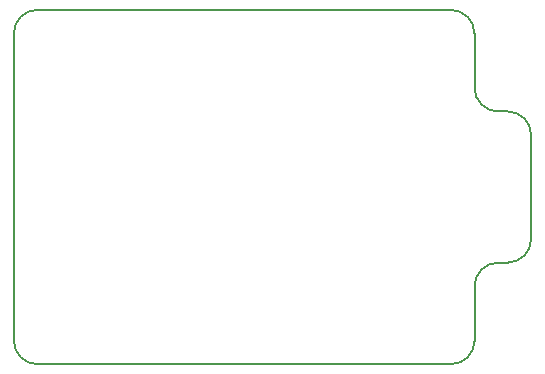
<source format=gko>
G04 #@! TF.GenerationSoftware,KiCad,Pcbnew,(5.1.0)-1*
G04 #@! TF.CreationDate,2019-05-30T16:28:13+02:00*
G04 #@! TF.ProjectId,converterboard,636f6e76-6572-4746-9572-626f6172642e,rev?*
G04 #@! TF.SameCoordinates,Original*
G04 #@! TF.FileFunction,Profile,NP*
%FSLAX46Y46*%
G04 Gerber Fmt 4.6, Leading zero omitted, Abs format (unit mm)*
G04 Created by KiCad (PCBNEW (5.1.0)-1) date 2019-05-30 16:28:13*
%MOMM*%
%LPD*%
G04 APERTURE LIST*
%ADD10C,0.200000*%
%ADD11C,0.150000*%
G04 APERTURE END LIST*
D10*
X193000000Y-122400000D02*
X193000000Y-127000000D01*
X195000000Y-120400000D02*
X195800000Y-120400000D01*
D11*
X195800000Y-120400000D02*
G75*
G03X197800000Y-118400000I0J2000000D01*
G01*
X195000000Y-120400000D02*
G75*
G03X193000000Y-122400000I0J-2000000D01*
G01*
D10*
X195000000Y-107600000D02*
X195800000Y-107600000D01*
D11*
X195800000Y-107600000D02*
G75*
G02X197800000Y-109600000I0J-2000000D01*
G01*
X195000000Y-107600000D02*
G75*
G02X193000000Y-105600000I0J2000000D01*
G01*
D10*
X193000000Y-101000000D02*
X193000000Y-105600000D01*
D11*
X154000000Y-101000000D02*
G75*
G02X156000000Y-99000000I2000000J0D01*
G01*
X156000000Y-129000000D02*
G75*
G02X154000000Y-127000000I0J2000000D01*
G01*
X193000000Y-127000000D02*
G75*
G02X191000000Y-129000000I-2000000J0D01*
G01*
X191000000Y-99000000D02*
G75*
G02X193000000Y-101000000I0J-2000000D01*
G01*
X197800000Y-118400000D02*
X197800000Y-109600000D01*
X156000000Y-129000000D02*
X191000000Y-129000000D01*
X154000000Y-101000000D02*
X154000000Y-127000000D01*
X191000000Y-99000000D02*
X156000000Y-99000000D01*
M02*

</source>
